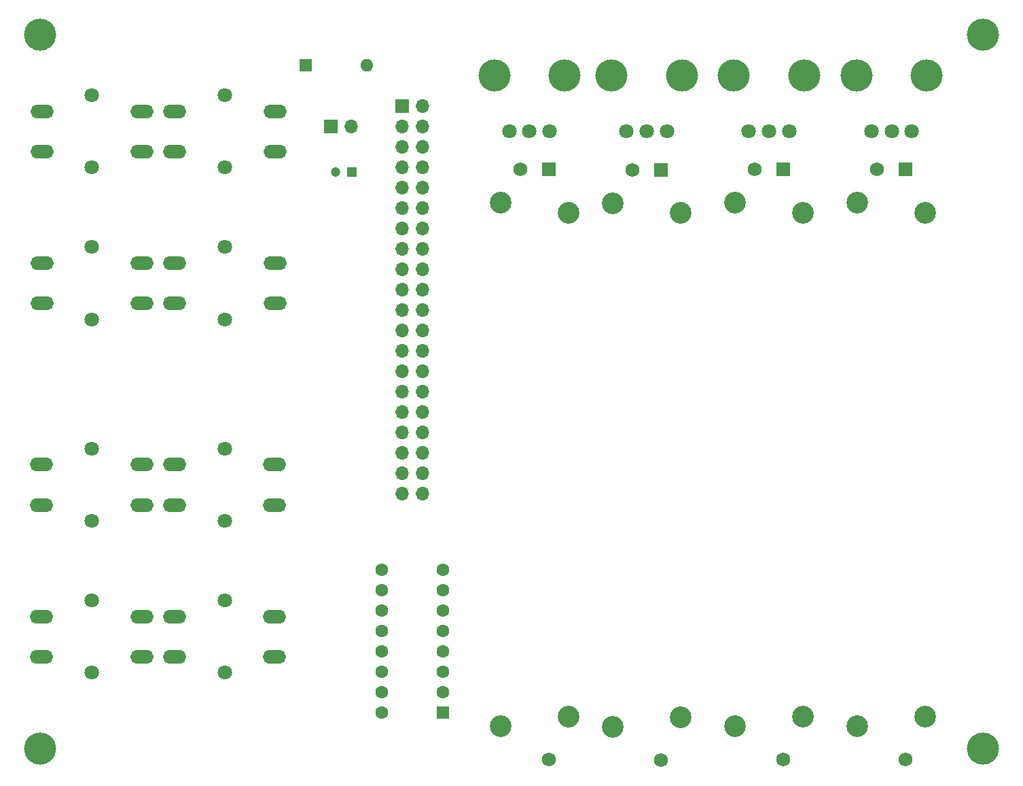
<source format=gbr>
%TF.GenerationSoftware,KiCad,Pcbnew,8.0.5*%
%TF.CreationDate,2025-02-25T23:02:00-05:00*%
%TF.ProjectId,gamepad,67616d65-7061-4642-9e6b-696361645f70,rev?*%
%TF.SameCoordinates,Original*%
%TF.FileFunction,Soldermask,Bot*%
%TF.FilePolarity,Negative*%
%FSLAX46Y46*%
G04 Gerber Fmt 4.6, Leading zero omitted, Abs format (unit mm)*
G04 Created by KiCad (PCBNEW 8.0.5) date 2025-02-25 23:02:00*
%MOMM*%
%LPD*%
G01*
G04 APERTURE LIST*
%ADD10C,4.000000*%
%ADD11C,1.800000*%
%ADD12O,2.900000X1.700000*%
%ADD13R,1.750000X1.750000*%
%ADD14C,1.750000*%
%ADD15C,2.700000*%
%ADD16R,1.200000X1.200000*%
%ADD17C,1.200000*%
%ADD18R,1.700000X1.700000*%
%ADD19O,1.700000X1.700000*%
%ADD20R,1.600000X1.600000*%
%ADD21O,1.600000X1.600000*%
%ADD22C,1.600000*%
G04 APERTURE END LIST*
D10*
%TO.C,REF\u002A\u002A*%
X203835000Y-144145000D03*
%TD*%
D11*
%TO.C,SW6*%
X92790000Y-81705000D03*
X92790000Y-90705000D03*
D12*
X86540000Y-83705000D03*
X99040000Y-83705000D03*
X86540000Y-88705000D03*
X99040000Y-88705000D03*
%TD*%
D10*
%TO.C,REF\u002A\u002A*%
X86360000Y-144145000D03*
%TD*%
D11*
%TO.C,SW5*%
X92790000Y-62810000D03*
X92790000Y-71810000D03*
D12*
X86540000Y-64810000D03*
X99040000Y-64810000D03*
X86540000Y-69810000D03*
X99040000Y-69810000D03*
%TD*%
D13*
%TO.C,RV2*%
X178915000Y-72065000D03*
D14*
X175415000Y-72065000D03*
X178915000Y-145565000D03*
D15*
X172965000Y-76215000D03*
X181365000Y-77415000D03*
X181365000Y-140215000D03*
X172965000Y-141415000D03*
%TD*%
D11*
%TO.C,SW4*%
X109320000Y-125715000D03*
X109320000Y-134715000D03*
D12*
X103070000Y-127715000D03*
X115570000Y-127715000D03*
X103070000Y-132715000D03*
X115570000Y-132715000D03*
%TD*%
D11*
%TO.C,SW2*%
X92770000Y-125715000D03*
X92770000Y-134715000D03*
D12*
X86520000Y-127715000D03*
X99020000Y-127715000D03*
X86520000Y-132715000D03*
X99020000Y-132715000D03*
%TD*%
D13*
%TO.C,RV1*%
X194155000Y-72065000D03*
D14*
X190655000Y-72065000D03*
X194155000Y-145565000D03*
D15*
X188205000Y-76215000D03*
X196605000Y-77415000D03*
X196605000Y-140215000D03*
X188205000Y-141415000D03*
%TD*%
D11*
%TO.C,SW3*%
X109320000Y-106820000D03*
X109320000Y-115820000D03*
D12*
X103070000Y-108820000D03*
X115570000Y-108820000D03*
X103070000Y-113820000D03*
X115570000Y-113820000D03*
%TD*%
D11*
%TO.C,SW7*%
X109340000Y-62810000D03*
X109340000Y-71810000D03*
D12*
X103090000Y-64810000D03*
X115590000Y-64810000D03*
X103090000Y-69810000D03*
X115590000Y-69810000D03*
%TD*%
D11*
%TO.C,SW1*%
X92770000Y-106820000D03*
X92770000Y-115820000D03*
D12*
X86520000Y-108820000D03*
X99020000Y-108820000D03*
X86520000Y-113820000D03*
X99020000Y-113820000D03*
%TD*%
D10*
%TO.C,RV7*%
X157525000Y-60325000D03*
X166325000Y-60325000D03*
D11*
X164425000Y-67325000D03*
X161925000Y-67325000D03*
X159425000Y-67325000D03*
%TD*%
D10*
%TO.C,REF\u002A\u002A*%
X203835000Y-55245000D03*
%TD*%
D13*
%TO.C,RV3*%
X163675000Y-72120000D03*
D14*
X160175000Y-72120000D03*
X163675000Y-145620000D03*
D15*
X157725000Y-76270000D03*
X166125000Y-77470000D03*
X166125000Y-140270000D03*
X157725000Y-141470000D03*
%TD*%
D16*
%TO.C,C1*%
X125190000Y-72390000D03*
D17*
X123190000Y-72390000D03*
%TD*%
D18*
%TO.C,J1*%
X122550000Y-66675000D03*
D19*
X125090000Y-66675000D03*
%TD*%
D10*
%TO.C,RV5*%
X188050000Y-60325000D03*
X196850000Y-60325000D03*
D11*
X194950000Y-67325000D03*
X192450000Y-67325000D03*
X189950000Y-67325000D03*
%TD*%
D10*
%TO.C,RV6*%
X172765000Y-60325000D03*
X181565000Y-60325000D03*
D11*
X179665000Y-67325000D03*
X177165000Y-67325000D03*
X174665000Y-67325000D03*
%TD*%
D20*
%TO.C,SW9*%
X119422500Y-59055000D03*
D21*
X127042500Y-59055000D03*
%TD*%
D10*
%TO.C,RV8*%
X142920000Y-60325000D03*
X151720000Y-60325000D03*
D11*
X149820000Y-67325000D03*
X147320000Y-67325000D03*
X144820000Y-67325000D03*
%TD*%
D13*
%TO.C,RV4*%
X149705000Y-72065000D03*
D14*
X146205000Y-72065000D03*
X149705000Y-145565000D03*
D15*
X143755000Y-76215000D03*
X152155000Y-77415000D03*
X152155000Y-140215000D03*
X143755000Y-141415000D03*
%TD*%
D10*
%TO.C,REF\u002A\u002A*%
X86360000Y-55245000D03*
%TD*%
D18*
%TO.C,J2*%
X131445000Y-64135000D03*
D19*
X133985000Y-64135000D03*
X131445000Y-66675000D03*
X133985000Y-66675000D03*
X131445000Y-69215000D03*
X133985000Y-69215000D03*
X131445000Y-71755000D03*
X133985000Y-71755000D03*
X131445000Y-74295000D03*
X133985000Y-74295000D03*
X131445000Y-76835000D03*
X133985000Y-76835000D03*
X131445000Y-79375000D03*
X133985000Y-79375000D03*
X131445000Y-81915000D03*
X133985000Y-81915000D03*
X131445000Y-84455000D03*
X133985000Y-84455000D03*
X131445000Y-86995000D03*
X133985000Y-86995000D03*
X131445000Y-89535000D03*
X133985000Y-89535000D03*
X131445000Y-92075000D03*
X133985000Y-92075000D03*
X131445000Y-94615000D03*
X133985000Y-94615000D03*
X131445000Y-97155000D03*
X133985000Y-97155000D03*
X131445000Y-99695000D03*
X133985000Y-99695000D03*
X131445000Y-102235000D03*
X133985000Y-102235000D03*
X131445000Y-104775000D03*
X133985000Y-104775000D03*
X131445000Y-107315000D03*
X133985000Y-107315000D03*
X131445000Y-109855000D03*
X133985000Y-109855000D03*
X131445000Y-112395000D03*
X133985000Y-112395000D03*
%TD*%
D11*
%TO.C,SW8*%
X109340000Y-81705000D03*
X109340000Y-90705000D03*
D12*
X103090000Y-83705000D03*
X115590000Y-83705000D03*
X103090000Y-88705000D03*
X115590000Y-88705000D03*
%TD*%
D20*
%TO.C,U1*%
X136525000Y-139700000D03*
D22*
X136525000Y-137160000D03*
X136525000Y-134620000D03*
X136525000Y-132080000D03*
X136525000Y-129540000D03*
X136525000Y-127000000D03*
X136525000Y-124460000D03*
X136525000Y-121920000D03*
X128905000Y-121920000D03*
X128905000Y-124460000D03*
X128905000Y-127000000D03*
X128905000Y-129540000D03*
X128905000Y-132080000D03*
X128905000Y-134620000D03*
X128905000Y-137160000D03*
X128905000Y-139700000D03*
%TD*%
M02*

</source>
